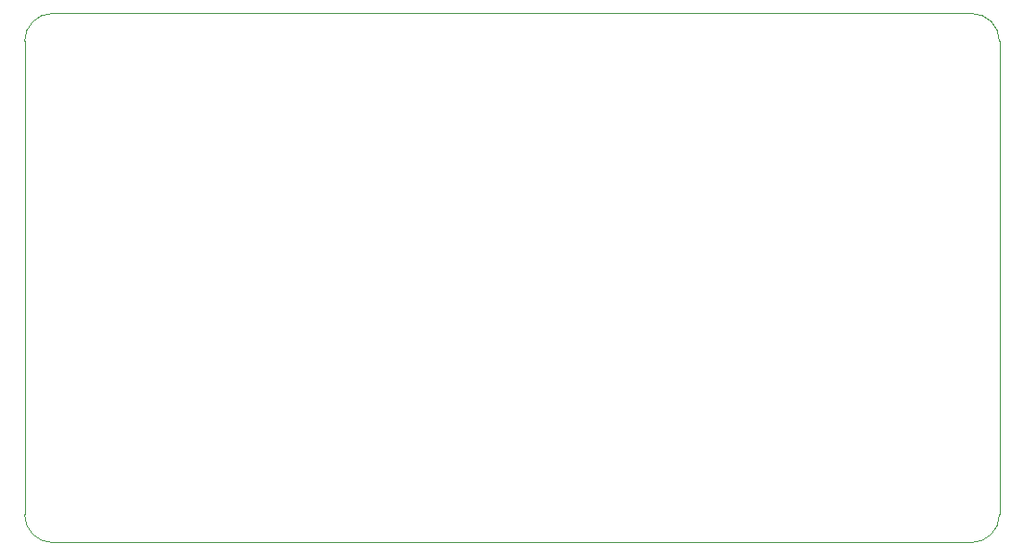
<source format=gm1>
%TF.GenerationSoftware,KiCad,Pcbnew,(5.1.6)-1*%
%TF.CreationDate,2020-07-25T03:11:20-04:00*%
%TF.ProjectId,myfirstKeyboard,6d796669-7273-4744-9b65-79626f617264,rev?*%
%TF.SameCoordinates,Original*%
%TF.FileFunction,Profile,NP*%
%FSLAX46Y46*%
G04 Gerber Fmt 4.6, Leading zero omitted, Abs format (unit mm)*
G04 Created by KiCad (PCBNEW (5.1.6)-1) date 2020-07-25 03:11:20*
%MOMM*%
%LPD*%
G01*
G04 APERTURE LIST*
%TA.AperFunction,Profile*%
%ADD10C,0.050000*%
%TD*%
G04 APERTURE END LIST*
D10*
X157480000Y-127000000D02*
G75*
G02*
X154940000Y-129540000I-2540000J0D01*
G01*
X71120000Y-129540000D02*
G75*
G02*
X68580000Y-127000000I0J2540000D01*
G01*
X68580000Y-83820000D02*
G75*
G02*
X71120000Y-81280000I2540000J0D01*
G01*
X154940000Y-81280000D02*
G75*
G02*
X157480000Y-83820000I0J-2540000D01*
G01*
X157480000Y-127000000D02*
X157480000Y-83820000D01*
X71120000Y-129540000D02*
X154940000Y-129540000D01*
X68580000Y-83820000D02*
X68580000Y-127000000D01*
X154940000Y-81280000D02*
X71120000Y-81280000D01*
M02*

</source>
